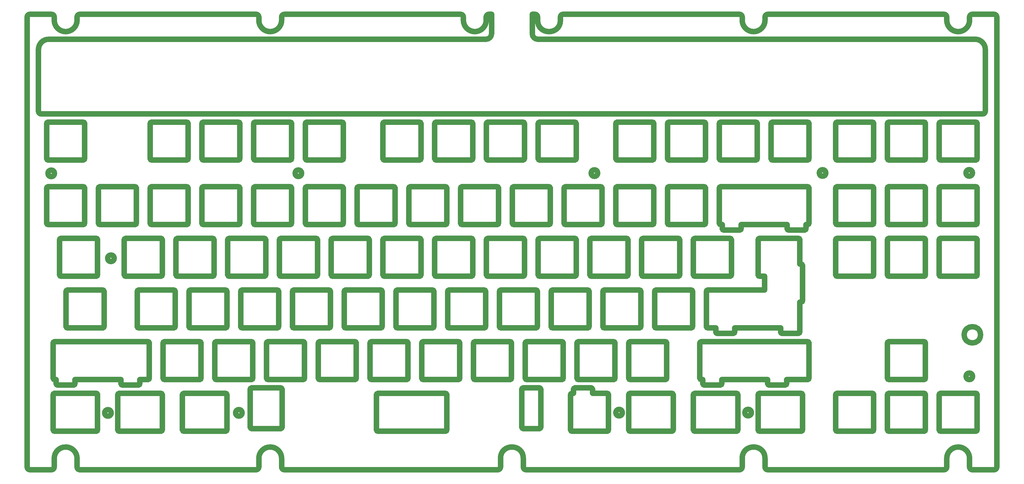
<source format=gbr>
%TF.GenerationSoftware,KiCad,Pcbnew,7.0.5*%
%TF.CreationDate,2023-07-12T21:57:34+02:00*%
%TF.ProjectId,Strata_Universal,53747261-7461-45f5-956e-697665727361,rev?*%
%TF.SameCoordinates,Original*%
%TF.FileFunction,Soldermask,Top*%
%TF.FilePolarity,Negative*%
%FSLAX46Y46*%
G04 Gerber Fmt 4.6, Leading zero omitted, Abs format (unit mm)*
G04 Created by KiCad (PCBNEW 7.0.5) date 2023-07-12 21:57:34*
%MOMM*%
%LPD*%
G01*
G04 APERTURE LIST*
%ADD10C,2.000000*%
G04 APERTURE END LIST*
D10*
X-49763066Y142996348D02*
G75*
G03*
X-49763066Y142996348I-1200000J0D01*
G01*
X-27775844Y111682566D02*
G75*
G03*
X-27775844Y111682566I-1200000J0D01*
G01*
X-28877620Y54662882D02*
G75*
G03*
X-28877620Y54662882I-1200000J0D01*
G01*
X19322374Y54686956D02*
G75*
G03*
X19322374Y54686956I-1200000J0D01*
G01*
X41236922Y143041799D02*
G75*
G03*
X41236922Y143041799I-1200000J0D01*
G01*
X150236909Y143096240D02*
G75*
G03*
X150236909Y143096240I-1200000J0D01*
G01*
X159322357Y54756880D02*
G75*
G03*
X159322357Y54756880I-1200000J0D01*
G01*
X206822351Y54780604D02*
G75*
G03*
X206822351Y54780604I-1200000J0D01*
G01*
X234236898Y143138194D02*
G75*
G03*
X234236898Y143138194I-1200000J0D01*
G01*
X288236892Y143165165D02*
G75*
G03*
X288236892Y143165165I-1200000J0D01*
G01*
X288274359Y68149174D02*
G75*
G03*
X288274359Y68149174I-1200000J0D01*
G01*
X291192771Y83466697D02*
G75*
G03*
X291192771Y83466697I-3000000J0D01*
G01*
X-14832144Y80440344D02*
G75*
G03*
X-15332092Y80940344I-499975J25D01*
G01*
X-14832092Y80440344D02*
X-14832092Y67440344D01*
X-15332092Y66940342D02*
G75*
G03*
X-14832092Y67440344I-27J500027D01*
G01*
X-15332092Y66940344D02*
X-18300342Y66940344D01*
X-18300342Y66940344D02*
X-18300342Y65440344D01*
X-18800342Y64940392D02*
G75*
G03*
X-18300342Y65440344I23J499977D01*
G01*
X-18800342Y64940344D02*
X-24800342Y64940344D01*
X-25300344Y65440344D02*
G75*
G03*
X-24800342Y64940344I500025J25D01*
G01*
X-25300342Y65440344D02*
X-25300342Y66940344D01*
X-25300342Y66940344D02*
X-42176342Y66940344D01*
X-42176342Y66940344D02*
X-42176342Y65440344D01*
X-42676342Y64940392D02*
G75*
G03*
X-42176342Y65440344I23J499977D01*
G01*
X-42676342Y64940344D02*
X-48676342Y64940344D01*
X-49176344Y65440344D02*
G75*
G03*
X-48676342Y64940344I500025J25D01*
G01*
X-49176342Y65440344D02*
X-49176342Y66940344D01*
X-49176342Y66940344D02*
X-49763342Y66940344D01*
X-50263344Y67440344D02*
G75*
G03*
X-49763342Y66940344I500025J25D01*
G01*
X-50263342Y67440344D02*
X-50263342Y80440344D01*
X-49763342Y80940392D02*
G75*
G03*
X-50263342Y80440344I23J-500023D01*
G01*
X-49763342Y80940344D02*
X-15996229Y80940344D01*
X-15627068Y80940344D02*
G75*
G03*
X-15996229Y80940344I-184580J-982794D01*
G01*
X-15627068Y80940344D02*
X-15332092Y80940344D01*
X251867856Y61390344D02*
G75*
G03*
X251367908Y61890344I-499975J25D01*
G01*
X251867908Y61390344D02*
X251867908Y48390344D01*
X251367908Y47890342D02*
G75*
G03*
X251867908Y48390344I-27J500027D01*
G01*
X251367908Y47890344D02*
X238367908Y47890344D01*
X237867856Y48390344D02*
G75*
G03*
X238367908Y47890344I500025J25D01*
G01*
X237867908Y48390344D02*
X237867908Y61390344D01*
X238367908Y61890342D02*
G75*
G03*
X237867908Y61390344I-27J-499973D01*
G01*
X238367908Y61890344D02*
X251367908Y61890344D01*
X289467908Y105040342D02*
G75*
G03*
X289967908Y105540344I-27J500027D01*
G01*
X289467908Y105040344D02*
X276467908Y105040344D01*
X275967856Y105540344D02*
G75*
G03*
X276467908Y105040344I500025J25D01*
G01*
X275967908Y105540344D02*
X275967908Y118540344D01*
X276467908Y119040342D02*
G75*
G03*
X275967908Y118540344I-27J-499973D01*
G01*
X276467908Y119040344D02*
X289467908Y119040344D01*
X289967856Y118540344D02*
G75*
G03*
X289467908Y119040344I-499975J25D01*
G01*
X289967908Y118540344D02*
X289967908Y105540344D01*
X-33882144Y61390344D02*
G75*
G03*
X-34382092Y61890344I-499975J25D01*
G01*
X-33882092Y61390344D02*
X-33882092Y48390344D01*
X-34382092Y47890342D02*
G75*
G03*
X-33882092Y48390344I-27J500027D01*
G01*
X-34382092Y47890344D02*
X-49763342Y47890344D01*
X-50263344Y48390344D02*
G75*
G03*
X-49763342Y47890344I500025J25D01*
G01*
X-50263342Y48390344D02*
X-50263342Y61390344D01*
X-49763342Y61890392D02*
G75*
G03*
X-50263342Y61390344I23J-500023D01*
G01*
X-49763342Y61890344D02*
X-34382092Y61890344D01*
X94705356Y61390344D02*
G75*
G03*
X94205408Y61890344I-499975J25D01*
G01*
X94705408Y61390344D02*
X94705408Y48390344D01*
X94205408Y47890342D02*
G75*
G03*
X94705408Y48390344I-27J500027D01*
G01*
X94205408Y47890344D02*
X69299158Y47890344D01*
X68799156Y48390344D02*
G75*
G03*
X69299158Y47890344I500025J25D01*
G01*
X68799158Y48390344D02*
X68799158Y61390344D01*
X69299158Y61890392D02*
G75*
G03*
X68799158Y61390344I23J-500023D01*
G01*
X69299158Y61890344D02*
X94205408Y61890344D01*
X201861656Y61390344D02*
G75*
G03*
X201361658Y61890344I-499975J25D01*
G01*
X201861658Y61390344D02*
X201861658Y48390344D01*
X201361658Y47890392D02*
G75*
G03*
X201861658Y48390344I23J499977D01*
G01*
X201361658Y47890344D02*
X185980408Y47890344D01*
X185480356Y48390344D02*
G75*
G03*
X185980408Y47890344I500025J25D01*
G01*
X185480408Y48390344D02*
X185480408Y61390344D01*
X185980408Y61890342D02*
G75*
G03*
X185480408Y61390344I-27J-499973D01*
G01*
X185980408Y61890344D02*
X201361658Y61890344D01*
X156617856Y80440344D02*
G75*
G03*
X156117908Y80940344I-499975J25D01*
G01*
X156617908Y80440344D02*
X156617908Y67440344D01*
X156117908Y66940342D02*
G75*
G03*
X156617908Y67440344I-27J500027D01*
G01*
X156117908Y66940344D02*
X143117908Y66940344D01*
X142617856Y67440344D02*
G75*
G03*
X143117908Y66940344I500025J25D01*
G01*
X142617908Y67440344D02*
X142617908Y80440344D01*
X143117908Y80940342D02*
G75*
G03*
X142617908Y80440344I-27J-499973D01*
G01*
X143117908Y80940344D02*
X156117908Y80940344D01*
X80417856Y80440344D02*
G75*
G03*
X79917908Y80940344I-499975J25D01*
G01*
X80417908Y80440344D02*
X80417908Y67440344D01*
X79917908Y66940342D02*
G75*
G03*
X80417908Y67440344I-27J500027D01*
G01*
X79917908Y66940344D02*
X66917908Y66940344D01*
X66417856Y67440344D02*
G75*
G03*
X66917908Y66940344I500025J25D01*
G01*
X66417908Y67440344D02*
X66417908Y80440344D01*
X66917908Y80940342D02*
G75*
G03*
X66417908Y80440344I-27J-499973D01*
G01*
X66917908Y80940344D02*
X79917908Y80940344D01*
X4217856Y80440344D02*
G75*
G03*
X3717908Y80940344I-499975J25D01*
G01*
X4217908Y80440344D02*
X4217908Y67440344D01*
X3717908Y66940342D02*
G75*
G03*
X4217908Y67440344I-27J500027D01*
G01*
X3717908Y66940344D02*
X-9282092Y66940344D01*
X-9782144Y67440344D02*
G75*
G03*
X-9282092Y66940344I500025J25D01*
G01*
X-9782092Y67440344D02*
X-9782092Y80440344D01*
X-9282092Y80940342D02*
G75*
G03*
X-9782092Y80440344I-27J-499973D01*
G01*
X-9282092Y80940344D02*
X3717908Y80940344D01*
X-5307144Y99490344D02*
G75*
G03*
X-5807092Y99990344I-499975J25D01*
G01*
X-5307092Y99490344D02*
X-5307092Y86490344D01*
X-5807092Y85990342D02*
G75*
G03*
X-5307092Y86490344I-27J500027D01*
G01*
X-5807092Y85990344D02*
X-18807092Y85990344D01*
X-19307144Y86490344D02*
G75*
G03*
X-18807092Y85990344I500025J25D01*
G01*
X-19307092Y86490344D02*
X-19307092Y99490344D01*
X-18807092Y99990342D02*
G75*
G03*
X-19307092Y99490344I-27J-499973D01*
G01*
X-18807092Y99990344D02*
X-5807092Y99990344D01*
X32792856Y99490344D02*
G75*
G03*
X32292908Y99990344I-499975J25D01*
G01*
X32792908Y99490344D02*
X32792908Y86490344D01*
X32292908Y85990342D02*
G75*
G03*
X32792908Y86490344I-27J500027D01*
G01*
X32292908Y85990344D02*
X19292908Y85990344D01*
X18792856Y86490344D02*
G75*
G03*
X19292908Y85990344I500025J25D01*
G01*
X18792908Y86490344D02*
X18792908Y99490344D01*
X19292908Y99990342D02*
G75*
G03*
X18792908Y99490344I-27J-499973D01*
G01*
X19292908Y99990344D02*
X32292908Y99990344D01*
X70392908Y85990342D02*
G75*
G03*
X70892908Y86490344I-27J500027D01*
G01*
X70392908Y85990344D02*
X57392908Y85990344D01*
X56892856Y86490344D02*
G75*
G03*
X57392908Y85990344I500025J25D01*
G01*
X56892908Y86490344D02*
X56892908Y99490344D01*
X57392908Y99990342D02*
G75*
G03*
X56892908Y99490344I-27J-499973D01*
G01*
X57392908Y99990344D02*
X70392908Y99990344D01*
X70892856Y99490344D02*
G75*
G03*
X70392908Y99990344I-499975J25D01*
G01*
X70892908Y99490344D02*
X70892908Y86490344D01*
X108992856Y99490344D02*
G75*
G03*
X108492908Y99990344I-499975J25D01*
G01*
X108992908Y99490344D02*
X108992908Y86490344D01*
X108492908Y85990342D02*
G75*
G03*
X108992908Y86490344I-27J500027D01*
G01*
X108492908Y85990344D02*
X95492908Y85990344D01*
X94992856Y86490344D02*
G75*
G03*
X95492908Y85990344I500025J25D01*
G01*
X94992908Y86490344D02*
X94992908Y99490344D01*
X95492908Y99990342D02*
G75*
G03*
X94992908Y99490344I-27J-499973D01*
G01*
X95492908Y99990344D02*
X108492908Y99990344D01*
X147092856Y99490344D02*
G75*
G03*
X146592908Y99990344I-499975J25D01*
G01*
X147092908Y99490344D02*
X147092908Y86490344D01*
X146592908Y85990342D02*
G75*
G03*
X147092908Y86490344I-27J500027D01*
G01*
X146592908Y85990344D02*
X133592908Y85990344D01*
X133092856Y86490344D02*
G75*
G03*
X133592908Y85990344I500025J25D01*
G01*
X133092908Y86490344D02*
X133092908Y99490344D01*
X133592908Y99990342D02*
G75*
G03*
X133092908Y99490344I-27J-499973D01*
G01*
X133592908Y99990344D02*
X146592908Y99990344D01*
X184692908Y85990342D02*
G75*
G03*
X185192908Y86490344I-27J500027D01*
G01*
X184692908Y85990344D02*
X171692908Y85990344D01*
X171192856Y86490344D02*
G75*
G03*
X171692908Y85990344I500025J25D01*
G01*
X171192908Y86490344D02*
X171192908Y99490344D01*
X171692908Y99990342D02*
G75*
G03*
X171192908Y99490344I-27J-499973D01*
G01*
X171692908Y99990344D02*
X184692908Y99990344D01*
X185192856Y99490344D02*
G75*
G03*
X184692908Y99990344I-499975J25D01*
G01*
X185192908Y99490344D02*
X185192908Y86490344D01*
X219968356Y122590344D02*
G75*
G03*
X220468408Y122090344I500025J25D01*
G01*
X219968408Y122590344D02*
X219968408Y124090344D01*
X219968408Y124090344D02*
X203092408Y124090344D01*
X203092408Y124090344D02*
X203092408Y122590344D01*
X202592408Y122090342D02*
G75*
G03*
X203092408Y122590344I-27J500027D01*
G01*
X202592408Y122090344D02*
X196592408Y122090344D01*
X196092356Y122590344D02*
G75*
G03*
X196592408Y122090344I500025J25D01*
G01*
X196092408Y122590344D02*
X196092408Y124090344D01*
X196092408Y124090344D02*
X195505408Y124090344D01*
X195005356Y124590344D02*
G75*
G03*
X195505408Y124090344I500025J25D01*
G01*
X195005408Y124590344D02*
X195005408Y137590344D01*
X195505408Y138090342D02*
G75*
G03*
X195005408Y137590344I-27J-499973D01*
G01*
X195505408Y138090344D02*
X227555408Y138090344D01*
X228055356Y137590344D02*
G75*
G03*
X227555408Y138090344I-499975J25D01*
G01*
X228055408Y137590344D02*
X228055408Y124590344D01*
X227555408Y124090342D02*
G75*
G03*
X228055408Y124590344I-27J500027D01*
G01*
X227555408Y124090344D02*
X226968408Y124090344D01*
X226968408Y124090344D02*
X226968408Y122590344D01*
X226468408Y122090342D02*
G75*
G03*
X226968408Y122590344I-27J500027D01*
G01*
X226468408Y122090344D02*
X220468408Y122090344D01*
X132805356Y137590344D02*
G75*
G03*
X132305408Y138090344I-499975J25D01*
G01*
X132805408Y137590344D02*
X132805408Y124590344D01*
X132305408Y124090342D02*
G75*
G03*
X132805408Y124590344I-27J500027D01*
G01*
X132305408Y124090344D02*
X119305408Y124090344D01*
X118805356Y124590344D02*
G75*
G03*
X119305408Y124090344I500025J25D01*
G01*
X118805408Y124590344D02*
X118805408Y137590344D01*
X119305408Y138090342D02*
G75*
G03*
X118805408Y137590344I-27J-499973D01*
G01*
X119305408Y138090344D02*
X132305408Y138090344D01*
X56105408Y124090342D02*
G75*
G03*
X56605408Y124590344I-27J500027D01*
G01*
X56105408Y124090344D02*
X43105408Y124090344D01*
X42605356Y124590344D02*
G75*
G03*
X43105408Y124090344I500025J25D01*
G01*
X42605408Y124590344D02*
X42605408Y137590344D01*
X43105408Y138090342D02*
G75*
G03*
X42605408Y137590344I-27J-499973D01*
G01*
X43105408Y138090344D02*
X56105408Y138090344D01*
X56605356Y137590344D02*
G75*
G03*
X56105408Y138090344I-499975J25D01*
G01*
X56605408Y137590344D02*
X56605408Y124590344D01*
X-20094592Y124090342D02*
G75*
G03*
X-19594592Y124590344I-27J500027D01*
G01*
X-20094592Y124090344D02*
X-33094592Y124090344D01*
X-33594644Y124590344D02*
G75*
G03*
X-33094592Y124090344I500025J25D01*
G01*
X-33594592Y124590344D02*
X-33594592Y137590344D01*
X-33094592Y138090342D02*
G75*
G03*
X-33594592Y137590344I-27J-499973D01*
G01*
X-33094592Y138090344D02*
X-20094592Y138090344D01*
X-19594644Y137590344D02*
G75*
G03*
X-20094592Y138090344I-499975J25D01*
G01*
X-19594592Y137590344D02*
X-19594592Y124590344D01*
X-544644Y137590344D02*
G75*
G03*
X-1044592Y138090344I-499975J25D01*
G01*
X-544592Y137590344D02*
X-544592Y124590344D01*
X-1044592Y124090342D02*
G75*
G03*
X-544592Y124590344I-27J500027D01*
G01*
X-1044592Y124090344D02*
X-14044592Y124090344D01*
X-14544644Y124590344D02*
G75*
G03*
X-14044592Y124090344I500025J25D01*
G01*
X-14544592Y124590344D02*
X-14544592Y137590344D01*
X-14044592Y138090342D02*
G75*
G03*
X-14544592Y137590344I-27J-499973D01*
G01*
X-14044592Y138090344D02*
X-1044592Y138090344D01*
X75655356Y137590344D02*
G75*
G03*
X75155408Y138090344I-499975J25D01*
G01*
X75655408Y137590344D02*
X75655408Y124590344D01*
X75155408Y124090342D02*
G75*
G03*
X75655408Y124590344I-27J500027D01*
G01*
X75155408Y124090344D02*
X62155408Y124090344D01*
X61655356Y124590344D02*
G75*
G03*
X62155408Y124090344I500025J25D01*
G01*
X61655408Y124590344D02*
X61655408Y137590344D01*
X62155408Y138090342D02*
G75*
G03*
X61655408Y137590344I-27J-499973D01*
G01*
X62155408Y138090344D02*
X75155408Y138090344D01*
X151355408Y124090342D02*
G75*
G03*
X151855408Y124590344I-27J500027D01*
G01*
X151355408Y124090344D02*
X138355408Y124090344D01*
X137855356Y124590344D02*
G75*
G03*
X138355408Y124090344I500025J25D01*
G01*
X137855408Y124590344D02*
X137855408Y137590344D01*
X138355408Y138090342D02*
G75*
G03*
X137855408Y137590344I-27J-499973D01*
G01*
X138355408Y138090344D02*
X151355408Y138090344D01*
X151855356Y137590344D02*
G75*
G03*
X151355408Y138090344I-499975J25D01*
G01*
X151855408Y137590344D02*
X151855408Y124590344D01*
X224174158Y119040344D02*
X209792908Y119040344D01*
X209792908Y119040342D02*
G75*
G03*
X209292908Y118540344I-27J-499973D01*
G01*
X209292908Y118540344D02*
X209292908Y105540344D01*
X209292856Y105540344D02*
G75*
G03*
X209792908Y105040344I500025J25D01*
G01*
X209792908Y105040344D02*
X211674158Y105040344D01*
X211674158Y105040344D02*
X211674158Y99990344D01*
X211674158Y99990344D02*
X190742908Y99990344D01*
X190742908Y99990342D02*
G75*
G03*
X190242908Y99490344I-27J-499973D01*
G01*
X190242908Y99490344D02*
X190242908Y86490344D01*
X190242856Y86490344D02*
G75*
G03*
X190742908Y85990344I500025J25D01*
G01*
X190742908Y85990344D02*
X193711158Y85990344D01*
X193711158Y85990344D02*
X193711158Y84490344D01*
X193711156Y84490344D02*
G75*
G03*
X194211158Y83990344I500025J25D01*
G01*
X194211158Y83990344D02*
X200211158Y83990344D01*
X200211158Y83990392D02*
G75*
G03*
X200711158Y84490344I23J499977D01*
G01*
X200711158Y84490344D02*
X200711158Y85990344D01*
X200711158Y85990344D02*
X217587158Y85990344D01*
X217587158Y85990344D02*
X217587158Y84490344D01*
X217587156Y84490344D02*
G75*
G03*
X218087158Y83990344I500025J25D01*
G01*
X218087158Y83990344D02*
X224174158Y83990344D01*
X224174158Y83990392D02*
G75*
G03*
X224674158Y84490344I23J499977D01*
G01*
X224674158Y84490344D02*
X224674158Y95515344D01*
X224674158Y95515344D02*
X225174158Y95515344D01*
X225174158Y95515392D02*
G75*
G03*
X225674158Y96015344I23J499977D01*
G01*
X225674158Y96015344D02*
X225674158Y109015344D01*
X225674156Y109015344D02*
G75*
G03*
X225174158Y109515344I-499975J25D01*
G01*
X225174158Y109515344D02*
X224674158Y109515344D01*
X224674158Y109515344D02*
X224674158Y118540344D01*
X224674156Y118540344D02*
G75*
G03*
X224174158Y119040344I-499975J25D01*
G01*
X166142856Y99490344D02*
G75*
G03*
X165642908Y99990344I-499975J25D01*
G01*
X166142908Y99490344D02*
X166142908Y86490344D01*
X165642908Y85990342D02*
G75*
G03*
X166142908Y86490344I-27J500027D01*
G01*
X165642908Y85990344D02*
X152642908Y85990344D01*
X152142856Y86490344D02*
G75*
G03*
X152642908Y85990344I500025J25D01*
G01*
X152142908Y86490344D02*
X152142908Y99490344D01*
X152642908Y99990342D02*
G75*
G03*
X152142908Y99490344I-27J-499973D01*
G01*
X152642908Y99990344D02*
X165642908Y99990344D01*
X127542908Y85990342D02*
G75*
G03*
X128042908Y86490344I-27J500027D01*
G01*
X127542908Y85990344D02*
X114542908Y85990344D01*
X114042856Y86490344D02*
G75*
G03*
X114542908Y85990344I500025J25D01*
G01*
X114042908Y86490344D02*
X114042908Y99490344D01*
X114542908Y99990342D02*
G75*
G03*
X114042908Y99490344I-27J-499973D01*
G01*
X114542908Y99990344D02*
X127542908Y99990344D01*
X128042856Y99490344D02*
G75*
G03*
X127542908Y99990344I-499975J25D01*
G01*
X128042908Y99490344D02*
X128042908Y86490344D01*
X89942856Y99490344D02*
G75*
G03*
X89442908Y99990344I-499975J25D01*
G01*
X89942908Y99490344D02*
X89942908Y86490344D01*
X89442908Y85990342D02*
G75*
G03*
X89942908Y86490344I-27J500027D01*
G01*
X89442908Y85990344D02*
X76442908Y85990344D01*
X75942856Y86490344D02*
G75*
G03*
X76442908Y85990344I500025J25D01*
G01*
X75942908Y86490344D02*
X75942908Y99490344D01*
X76442908Y99990342D02*
G75*
G03*
X75942908Y99490344I-27J-499973D01*
G01*
X76442908Y99990344D02*
X89442908Y99990344D01*
X51842856Y99490344D02*
G75*
G03*
X51342908Y99990344I-499975J25D01*
G01*
X51842908Y99490344D02*
X51842908Y86490344D01*
X51342908Y85990342D02*
G75*
G03*
X51842908Y86490344I-27J500027D01*
G01*
X51342908Y85990344D02*
X38342908Y85990344D01*
X37842856Y86490344D02*
G75*
G03*
X38342908Y85990344I500025J25D01*
G01*
X37842908Y86490344D02*
X37842908Y99490344D01*
X38342908Y99990342D02*
G75*
G03*
X37842908Y99490344I-27J-499973D01*
G01*
X38342908Y99990344D02*
X51342908Y99990344D01*
X13742856Y99490344D02*
G75*
G03*
X13242908Y99990344I-499975J25D01*
G01*
X13742908Y99490344D02*
X13742908Y86490344D01*
X13242908Y85990342D02*
G75*
G03*
X13742908Y86490344I-27J500027D01*
G01*
X13242908Y85990344D02*
X242908Y85990344D01*
X-257144Y86490344D02*
G75*
G03*
X242908Y85990344I500025J25D01*
G01*
X-257092Y86490344D02*
X-257092Y99490344D01*
X242908Y99990342D02*
G75*
G03*
X-257092Y99490344I-27J-499973D01*
G01*
X242908Y99990344D02*
X13242908Y99990344D01*
X-31500844Y99490344D02*
G75*
G03*
X-32000842Y99990344I-499975J25D01*
G01*
X-31500842Y99490344D02*
X-31500842Y86490344D01*
X-32000842Y85990392D02*
G75*
G03*
X-31500842Y86490344I23J499977D01*
G01*
X-32000842Y85990344D02*
X-45000842Y85990344D01*
X-45500844Y86490344D02*
G75*
G03*
X-45000842Y85990344I500025J25D01*
G01*
X-45500842Y86490344D02*
X-45500842Y99490344D01*
X-45000842Y99990392D02*
G75*
G03*
X-45500842Y99490344I23J-500023D01*
G01*
X-45000842Y99990344D02*
X-32000842Y99990344D01*
X23267856Y80440344D02*
G75*
G03*
X22767908Y80940344I-499975J25D01*
G01*
X23267908Y80440344D02*
X23267908Y67440344D01*
X22767908Y66940342D02*
G75*
G03*
X23267908Y67440344I-27J500027D01*
G01*
X22767908Y66940344D02*
X9767908Y66940344D01*
X9267856Y67440344D02*
G75*
G03*
X9767908Y66940344I500025J25D01*
G01*
X9267908Y67440344D02*
X9267908Y80440344D01*
X9767908Y80940342D02*
G75*
G03*
X9267908Y80440344I-27J-499973D01*
G01*
X9767908Y80940344D02*
X22767908Y80940344D01*
X99467856Y80440344D02*
G75*
G03*
X98967908Y80940344I-499975J25D01*
G01*
X99467908Y80440344D02*
X99467908Y67440344D01*
X98967908Y66940342D02*
G75*
G03*
X99467908Y67440344I-27J500027D01*
G01*
X98967908Y66940344D02*
X85967908Y66940344D01*
X85467856Y67440344D02*
G75*
G03*
X85967908Y66940344I500025J25D01*
G01*
X85467908Y67440344D02*
X85467908Y80440344D01*
X85967908Y80940342D02*
G75*
G03*
X85467908Y80440344I-27J-499973D01*
G01*
X85967908Y80940344D02*
X98967908Y80940344D01*
X175667856Y80440344D02*
G75*
G03*
X175167908Y80940344I-499975J25D01*
G01*
X175667908Y80440344D02*
X175667908Y67440344D01*
X175167908Y66940342D02*
G75*
G03*
X175667908Y67440344I-27J500027D01*
G01*
X175167908Y66940344D02*
X162167908Y66940344D01*
X161667856Y67440344D02*
G75*
G03*
X162167908Y66940344I500025J25D01*
G01*
X161667908Y67440344D02*
X161667908Y80440344D01*
X162167908Y80940342D02*
G75*
G03*
X161667908Y80440344I-27J-499973D01*
G01*
X162167908Y80940344D02*
X175167908Y80940344D01*
X178049156Y61390344D02*
G75*
G03*
X177549158Y61890344I-499975J25D01*
G01*
X178049158Y61390344D02*
X178049158Y48390344D01*
X177549158Y47890392D02*
G75*
G03*
X178049158Y48390344I23J499977D01*
G01*
X177549158Y47890344D02*
X162167908Y47890344D01*
X161667856Y48390344D02*
G75*
G03*
X162167908Y47890344I500025J25D01*
G01*
X161667908Y48390344D02*
X161667908Y61390344D01*
X162167908Y61890342D02*
G75*
G03*
X161667908Y61390344I-27J-499973D01*
G01*
X162167908Y61890344D02*
X177549158Y61890344D01*
X34055356Y63390344D02*
G75*
G03*
X33555408Y63890344I-499975J25D01*
G01*
X34055408Y63390344D02*
X34055408Y49390344D01*
X33555408Y48890342D02*
G75*
G03*
X34055408Y49390344I-27J500027D01*
G01*
X33555408Y48890344D02*
X22799158Y48890344D01*
X22299156Y49390344D02*
G75*
G03*
X22799158Y48890344I500025J25D01*
G01*
X22299158Y49390344D02*
X22299158Y63390344D01*
X22799158Y63890392D02*
G75*
G03*
X22299158Y63390344I23J-500023D01*
G01*
X22799158Y63890344D02*
X33555408Y63890344D01*
X251867856Y137590344D02*
G75*
G03*
X251367908Y138090344I-499975J25D01*
G01*
X251867908Y137590344D02*
X251867908Y124590344D01*
X251367908Y124090342D02*
G75*
G03*
X251867908Y124590344I-27J500027D01*
G01*
X251367908Y124090344D02*
X238367908Y124090344D01*
X237867856Y124590344D02*
G75*
G03*
X238367908Y124090344I500025J25D01*
G01*
X237867908Y124590344D02*
X237867908Y137590344D01*
X238367908Y138090342D02*
G75*
G03*
X237867908Y137590344I-27J-499973D01*
G01*
X238367908Y138090344D02*
X251367908Y138090344D01*
X270417908Y105040342D02*
G75*
G03*
X270917908Y105540344I-27J500027D01*
G01*
X270417908Y105040344D02*
X257417908Y105040344D01*
X256917856Y105540344D02*
G75*
G03*
X257417908Y105040344I500025J25D01*
G01*
X256917908Y105540344D02*
X256917908Y118540344D01*
X257417908Y119040342D02*
G75*
G03*
X256917908Y118540344I-27J-499973D01*
G01*
X257417908Y119040344D02*
X270417908Y119040344D01*
X270917856Y118540344D02*
G75*
G03*
X270417908Y119040344I-499975J25D01*
G01*
X270917908Y118540344D02*
X270917908Y105540344D01*
X270917856Y61390344D02*
G75*
G03*
X270417908Y61890344I-499975J25D01*
G01*
X270917908Y61390344D02*
X270917908Y48390344D01*
X270417908Y47890342D02*
G75*
G03*
X270917908Y48390344I-27J500027D01*
G01*
X270417908Y47890344D02*
X257417908Y47890344D01*
X256917856Y48390344D02*
G75*
G03*
X257417908Y47890344I500025J25D01*
G01*
X256917908Y48390344D02*
X256917908Y61390344D01*
X257417908Y61890342D02*
G75*
G03*
X256917908Y61390344I-27J-499973D01*
G01*
X257417908Y61890344D02*
X270417908Y61890344D01*
X270917856Y80440344D02*
G75*
G03*
X270417908Y80940344I-499975J25D01*
G01*
X270917908Y80440344D02*
X270917908Y67440344D01*
X270417908Y66940342D02*
G75*
G03*
X270917908Y67440344I-27J500027D01*
G01*
X270417908Y66940344D02*
X257417908Y66940344D01*
X256917856Y67440344D02*
G75*
G03*
X257417908Y66940344I500025J25D01*
G01*
X256917908Y67440344D02*
X256917908Y80440344D01*
X257417908Y80940342D02*
G75*
G03*
X256917908Y80440344I-27J-499973D01*
G01*
X257417908Y80940344D02*
X270417908Y80940344D01*
X289967856Y137590344D02*
G75*
G03*
X289467908Y138090344I-499975J25D01*
G01*
X289967908Y137590344D02*
X289967908Y124590344D01*
X289467908Y124090342D02*
G75*
G03*
X289967908Y124590344I-27J500027D01*
G01*
X289467908Y124090344D02*
X276467908Y124090344D01*
X275967856Y124590344D02*
G75*
G03*
X276467908Y124090344I500025J25D01*
G01*
X275967908Y124590344D02*
X275967908Y137590344D01*
X276467908Y138090342D02*
G75*
G03*
X275967908Y137590344I-27J-499973D01*
G01*
X276467908Y138090344D02*
X289467908Y138090344D01*
X-10069644Y61390344D02*
G75*
G03*
X-10569592Y61890344I-499975J25D01*
G01*
X-10069592Y61390344D02*
X-10069592Y48390344D01*
X-10569592Y47890342D02*
G75*
G03*
X-10069592Y48390344I-27J500027D01*
G01*
X-10569592Y47890344D02*
X-25950842Y47890344D01*
X-26450844Y48390344D02*
G75*
G03*
X-25950842Y47890344I500025J25D01*
G01*
X-26450842Y48390344D02*
X-26450842Y61390344D01*
X-25950842Y61890392D02*
G75*
G03*
X-26450842Y61390344I23J-500023D01*
G01*
X-25950842Y61890344D02*
X-10569592Y61890344D01*
X129299156Y63390344D02*
G75*
G03*
X128799158Y63890344I-499975J25D01*
G01*
X129299158Y63390344D02*
X129299158Y49390344D01*
X128799158Y48890392D02*
G75*
G03*
X129299158Y49390344I23J499977D01*
G01*
X128799158Y48890344D02*
X122799158Y48890344D01*
X122299156Y49390344D02*
G75*
G03*
X122799158Y48890344I500025J25D01*
G01*
X122299158Y49390344D02*
X122299158Y63390344D01*
X122799158Y63890392D02*
G75*
G03*
X122299158Y63390344I23J-500023D01*
G01*
X122799158Y63890344D02*
X128799158Y63890344D01*
X225674156Y61390344D02*
G75*
G03*
X225174158Y61890344I-499975J25D01*
G01*
X225674158Y61390344D02*
X225674158Y48390344D01*
X225174158Y47890392D02*
G75*
G03*
X225674158Y48390344I23J499977D01*
G01*
X225174158Y47890344D02*
X209792908Y47890344D01*
X209292856Y48390344D02*
G75*
G03*
X209792908Y47890344I500025J25D01*
G01*
X209292908Y48390344D02*
X209292908Y61390344D01*
X209792908Y61890342D02*
G75*
G03*
X209292908Y61390344I-27J-499973D01*
G01*
X209792908Y61890344D02*
X225174158Y61890344D01*
X137067908Y66940342D02*
G75*
G03*
X137567908Y67440344I-27J500027D01*
G01*
X137067908Y66940344D02*
X124067908Y66940344D01*
X123567856Y67440344D02*
G75*
G03*
X124067908Y66940344I500025J25D01*
G01*
X123567908Y67440344D02*
X123567908Y80440344D01*
X124067908Y80940342D02*
G75*
G03*
X123567908Y80440344I-27J-499973D01*
G01*
X124067908Y80940344D02*
X137067908Y80940344D01*
X137567856Y80440344D02*
G75*
G03*
X137067908Y80940344I-499975J25D01*
G01*
X137567908Y80440344D02*
X137567908Y67440344D01*
X60867908Y66940342D02*
G75*
G03*
X61367908Y67440344I-27J500027D01*
G01*
X60867908Y66940344D02*
X47867908Y66940344D01*
X47367856Y67440344D02*
G75*
G03*
X47867908Y66940344I500025J25D01*
G01*
X47367908Y67440344D02*
X47367908Y80440344D01*
X47867908Y80940342D02*
G75*
G03*
X47367908Y80440344I-27J-499973D01*
G01*
X47867908Y80940344D02*
X60867908Y80940344D01*
X61367856Y80440344D02*
G75*
G03*
X60867908Y80940344I-499975J25D01*
G01*
X61367908Y80440344D02*
X61367908Y67440344D01*
X-10569592Y105040342D02*
G75*
G03*
X-10069592Y105540344I-27J500027D01*
G01*
X-10569592Y105040344D02*
X-23569592Y105040344D01*
X-24069644Y105540344D02*
G75*
G03*
X-23569592Y105040344I500025J25D01*
G01*
X-24069592Y105540344D02*
X-24069592Y118540344D01*
X-23569592Y119040342D02*
G75*
G03*
X-24069592Y118540344I-27J-499973D01*
G01*
X-23569592Y119040344D02*
X-10569592Y119040344D01*
X-10069644Y118540344D02*
G75*
G03*
X-10569592Y119040344I-499975J25D01*
G01*
X-10069592Y118540344D02*
X-10069592Y105540344D01*
X28030356Y118540344D02*
G75*
G03*
X27530408Y119040344I-499975J25D01*
G01*
X28030408Y118540344D02*
X28030408Y105540344D01*
X27530408Y105040342D02*
G75*
G03*
X28030408Y105540344I-27J500027D01*
G01*
X27530408Y105040344D02*
X14530408Y105040344D01*
X14030356Y105540344D02*
G75*
G03*
X14530408Y105040344I500025J25D01*
G01*
X14030408Y105540344D02*
X14030408Y118540344D01*
X14530408Y119040342D02*
G75*
G03*
X14030408Y118540344I-27J-499973D01*
G01*
X14530408Y119040344D02*
X27530408Y119040344D01*
X65630408Y105040342D02*
G75*
G03*
X66130408Y105540344I-27J500027D01*
G01*
X65630408Y105040344D02*
X52630408Y105040344D01*
X52130356Y105540344D02*
G75*
G03*
X52630408Y105040344I500025J25D01*
G01*
X52130408Y105540344D02*
X52130408Y118540344D01*
X52630408Y119040342D02*
G75*
G03*
X52130408Y118540344I-27J-499973D01*
G01*
X52630408Y119040344D02*
X65630408Y119040344D01*
X66130356Y118540344D02*
G75*
G03*
X65630408Y119040344I-499975J25D01*
G01*
X66130408Y118540344D02*
X66130408Y105540344D01*
X104230356Y118540344D02*
G75*
G03*
X103730408Y119040344I-499975J25D01*
G01*
X104230408Y118540344D02*
X104230408Y105540344D01*
X103730408Y105040342D02*
G75*
G03*
X104230408Y105540344I-27J500027D01*
G01*
X103730408Y105040344D02*
X90730408Y105040344D01*
X90230356Y105540344D02*
G75*
G03*
X90730408Y105040344I500025J25D01*
G01*
X90230408Y105540344D02*
X90230408Y118540344D01*
X90730408Y119040342D02*
G75*
G03*
X90230408Y118540344I-27J-499973D01*
G01*
X90730408Y119040344D02*
X103730408Y119040344D01*
X142330356Y118540344D02*
G75*
G03*
X141830408Y119040344I-499975J25D01*
G01*
X142330408Y118540344D02*
X142330408Y105540344D01*
X141830408Y105040342D02*
G75*
G03*
X142330408Y105540344I-27J500027D01*
G01*
X141830408Y105040344D02*
X128830408Y105040344D01*
X128330356Y105540344D02*
G75*
G03*
X128830408Y105040344I500025J25D01*
G01*
X128330408Y105540344D02*
X128330408Y118540344D01*
X128830408Y119040342D02*
G75*
G03*
X128330408Y118540344I-27J-499973D01*
G01*
X128830408Y119040344D02*
X141830408Y119040344D01*
X180430356Y118540344D02*
G75*
G03*
X179930408Y119040344I-499975J25D01*
G01*
X180430408Y118540344D02*
X180430408Y105540344D01*
X179930408Y105040342D02*
G75*
G03*
X180430408Y105540344I-27J500027D01*
G01*
X179930408Y105040344D02*
X166930408Y105040344D01*
X166430356Y105540344D02*
G75*
G03*
X166930408Y105040344I500025J25D01*
G01*
X166430408Y105540344D02*
X166430408Y118540344D01*
X166930408Y119040342D02*
G75*
G03*
X166430408Y118540344I-27J-499973D01*
G01*
X166930408Y119040344D02*
X179930408Y119040344D01*
X189955356Y137590344D02*
G75*
G03*
X189455408Y138090344I-499975J25D01*
G01*
X189955408Y137590344D02*
X189955408Y124590344D01*
X189455408Y124090342D02*
G75*
G03*
X189955408Y124590344I-27J500027D01*
G01*
X189455408Y124090344D02*
X176455408Y124090344D01*
X175955356Y124590344D02*
G75*
G03*
X176455408Y124090344I500025J25D01*
G01*
X175955408Y124590344D02*
X175955408Y137590344D01*
X176455408Y138090342D02*
G75*
G03*
X175955408Y137590344I-27J-499973D01*
G01*
X176455408Y138090344D02*
X189455408Y138090344D01*
X113755356Y137590344D02*
G75*
G03*
X113255408Y138090344I-499975J25D01*
G01*
X113755408Y137590344D02*
X113755408Y124590344D01*
X113255408Y124090342D02*
G75*
G03*
X113755408Y124590344I-27J500027D01*
G01*
X113255408Y124090344D02*
X100255408Y124090344D01*
X99755356Y124590344D02*
G75*
G03*
X100255408Y124090344I500025J25D01*
G01*
X99755408Y124590344D02*
X99755408Y137590344D01*
X100255408Y138090342D02*
G75*
G03*
X99755408Y137590344I-27J-499973D01*
G01*
X100255408Y138090344D02*
X113255408Y138090344D01*
X37555356Y137590344D02*
G75*
G03*
X37055408Y138090344I-499975J25D01*
G01*
X37555408Y137590344D02*
X37555408Y124590344D01*
X37055408Y124090342D02*
G75*
G03*
X37555408Y124590344I-27J500027D01*
G01*
X37055408Y124090344D02*
X24055408Y124090344D01*
X23555356Y124590344D02*
G75*
G03*
X24055408Y124090344I500025J25D01*
G01*
X23555408Y124590344D02*
X23555408Y137590344D01*
X24055408Y138090342D02*
G75*
G03*
X23555408Y137590344I-27J-499973D01*
G01*
X24055408Y138090344D02*
X37055408Y138090344D01*
X-38644644Y137590344D02*
G75*
G03*
X-39144592Y138090344I-499975J25D01*
G01*
X-38644592Y137590344D02*
X-38644592Y124590344D01*
X-39144592Y124090342D02*
G75*
G03*
X-38644592Y124590344I-27J500027D01*
G01*
X-39144592Y124090344D02*
X-52144592Y124090344D01*
X-52644644Y124590344D02*
G75*
G03*
X-52144592Y124090344I500025J25D01*
G01*
X-52644592Y124590344D02*
X-52644592Y137590344D01*
X-52144592Y138090342D02*
G75*
G03*
X-52644592Y137590344I-27J-499973D01*
G01*
X-52144592Y138090344D02*
X-39144592Y138090344D01*
X18505356Y137590344D02*
G75*
G03*
X18005408Y138090344I-499975J25D01*
G01*
X18505408Y137590344D02*
X18505408Y124590344D01*
X18005408Y124090342D02*
G75*
G03*
X18505408Y124590344I-27J500027D01*
G01*
X18005408Y124090344D02*
X5005408Y124090344D01*
X4505356Y124590344D02*
G75*
G03*
X5005408Y124090344I500025J25D01*
G01*
X4505408Y124590344D02*
X4505408Y137590344D01*
X5005408Y138090342D02*
G75*
G03*
X4505408Y137590344I-27J-499973D01*
G01*
X5005408Y138090344D02*
X18005408Y138090344D01*
X94705356Y137590344D02*
G75*
G03*
X94205408Y138090344I-499975J25D01*
G01*
X94705408Y137590344D02*
X94705408Y124590344D01*
X94205408Y124090342D02*
G75*
G03*
X94705408Y124590344I-27J500027D01*
G01*
X94205408Y124090344D02*
X81205408Y124090344D01*
X80705356Y124590344D02*
G75*
G03*
X81205408Y124090344I500025J25D01*
G01*
X80705408Y124590344D02*
X80705408Y137590344D01*
X81205408Y138090342D02*
G75*
G03*
X80705408Y137590344I-27J-499973D01*
G01*
X81205408Y138090344D02*
X94205408Y138090344D01*
X170905356Y137590344D02*
G75*
G03*
X170405408Y138090344I-499975J25D01*
G01*
X170905408Y137590344D02*
X170905408Y124590344D01*
X170405408Y124090342D02*
G75*
G03*
X170905408Y124590344I-27J500027D01*
G01*
X170405408Y124090344D02*
X157405408Y124090344D01*
X156905356Y124590344D02*
G75*
G03*
X157405408Y124090344I500025J25D01*
G01*
X156905408Y124590344D02*
X156905408Y137590344D01*
X157405408Y138090342D02*
G75*
G03*
X156905408Y137590344I-27J-499973D01*
G01*
X157405408Y138090344D02*
X170405408Y138090344D01*
X199480356Y118540344D02*
G75*
G03*
X198980408Y119040344I-499975J25D01*
G01*
X199480408Y118540344D02*
X199480408Y105540344D01*
X198980408Y105040342D02*
G75*
G03*
X199480408Y105540344I-27J500027D01*
G01*
X198980408Y105040344D02*
X185980408Y105040344D01*
X185480356Y105540344D02*
G75*
G03*
X185980408Y105040344I500025J25D01*
G01*
X185480408Y105540344D02*
X185480408Y118540344D01*
X185980408Y119040342D02*
G75*
G03*
X185480408Y118540344I-27J-499973D01*
G01*
X185980408Y119040344D02*
X198980408Y119040344D01*
X161380356Y118540344D02*
G75*
G03*
X160880408Y119040344I-499975J25D01*
G01*
X161380408Y118540344D02*
X161380408Y105540344D01*
X160880408Y105040342D02*
G75*
G03*
X161380408Y105540344I-27J500027D01*
G01*
X160880408Y105040344D02*
X147880408Y105040344D01*
X147380356Y105540344D02*
G75*
G03*
X147880408Y105040344I500025J25D01*
G01*
X147380408Y105540344D02*
X147380408Y118540344D01*
X147880408Y119040342D02*
G75*
G03*
X147380408Y118540344I-27J-499973D01*
G01*
X147880408Y119040344D02*
X160880408Y119040344D01*
X123280356Y118540344D02*
G75*
G03*
X122780408Y119040344I-499975J25D01*
G01*
X123280408Y118540344D02*
X123280408Y105540344D01*
X122780408Y105040342D02*
G75*
G03*
X123280408Y105540344I-27J500027D01*
G01*
X122780408Y105040344D02*
X109780408Y105040344D01*
X109280356Y105540344D02*
G75*
G03*
X109780408Y105040344I500025J25D01*
G01*
X109280408Y105540344D02*
X109280408Y118540344D01*
X109780408Y119040342D02*
G75*
G03*
X109280408Y118540344I-27J-499973D01*
G01*
X109780408Y119040344D02*
X122780408Y119040344D01*
X85180356Y118540344D02*
G75*
G03*
X84680408Y119040344I-499975J25D01*
G01*
X85180408Y118540344D02*
X85180408Y105540344D01*
X84680408Y105040342D02*
G75*
G03*
X85180408Y105540344I-27J500027D01*
G01*
X84680408Y105040344D02*
X71680408Y105040344D01*
X71180356Y105540344D02*
G75*
G03*
X71680408Y105040344I500025J25D01*
G01*
X71180408Y105540344D02*
X71180408Y118540344D01*
X71680408Y119040342D02*
G75*
G03*
X71180408Y118540344I-27J-499973D01*
G01*
X71680408Y119040344D02*
X84680408Y119040344D01*
X47080356Y118540344D02*
G75*
G03*
X46580408Y119040344I-499975J25D01*
G01*
X47080408Y118540344D02*
X47080408Y105540344D01*
X46580408Y105040342D02*
G75*
G03*
X47080408Y105540344I-27J500027D01*
G01*
X46580408Y105040344D02*
X33580408Y105040344D01*
X33080356Y105540344D02*
G75*
G03*
X33580408Y105040344I500025J25D01*
G01*
X33080408Y105540344D02*
X33080408Y118540344D01*
X33580408Y119040342D02*
G75*
G03*
X33080408Y118540344I-27J-499973D01*
G01*
X33580408Y119040344D02*
X46580408Y119040344D01*
X8480408Y105040342D02*
G75*
G03*
X8980408Y105540344I-27J500027D01*
G01*
X8480408Y105040344D02*
X-4519592Y105040344D01*
X-5019644Y105540344D02*
G75*
G03*
X-4519592Y105040344I500025J25D01*
G01*
X-5019592Y105540344D02*
X-5019592Y118540344D01*
X-4519592Y119040342D02*
G75*
G03*
X-5019592Y118540344I-27J-499973D01*
G01*
X-4519592Y119040344D02*
X8480408Y119040344D01*
X8980356Y118540344D02*
G75*
G03*
X8480408Y119040344I-499975J25D01*
G01*
X8980408Y118540344D02*
X8980408Y105540344D01*
X-34382092Y105040342D02*
G75*
G03*
X-33882092Y105540344I-27J500027D01*
G01*
X-34382092Y105040344D02*
X-47382092Y105040344D01*
X-47882144Y105540344D02*
G75*
G03*
X-47382092Y105040344I500025J25D01*
G01*
X-47882092Y105540344D02*
X-47882092Y118540344D01*
X-47382092Y119040342D02*
G75*
G03*
X-47882092Y118540344I-27J-499973D01*
G01*
X-47382092Y119040344D02*
X-34382092Y119040344D01*
X-33882144Y118540344D02*
G75*
G03*
X-34382092Y119040344I-499975J25D01*
G01*
X-33882092Y118540344D02*
X-33882092Y105540344D01*
X42317856Y80440344D02*
G75*
G03*
X41817908Y80940344I-499975J25D01*
G01*
X42317908Y80440344D02*
X42317908Y67440344D01*
X41817908Y66940342D02*
G75*
G03*
X42317908Y67440344I-27J500027D01*
G01*
X41817908Y66940344D02*
X28817908Y66940344D01*
X28317856Y67440344D02*
G75*
G03*
X28817908Y66940344I500025J25D01*
G01*
X28317908Y67440344D02*
X28317908Y80440344D01*
X28817908Y80940342D02*
G75*
G03*
X28317908Y80440344I-27J-499973D01*
G01*
X28817908Y80940344D02*
X41817908Y80940344D01*
X118517856Y80440344D02*
G75*
G03*
X118017908Y80940344I-499975J25D01*
G01*
X118517908Y80440344D02*
X118517908Y67440344D01*
X118017908Y66940342D02*
G75*
G03*
X118517908Y67440344I-27J500027D01*
G01*
X118017908Y66940344D02*
X105017908Y66940344D01*
X104517856Y67440344D02*
G75*
G03*
X105017908Y66940344I500025J25D01*
G01*
X104517908Y67440344D02*
X104517908Y80440344D01*
X105017908Y80940342D02*
G75*
G03*
X104517908Y80440344I-27J-499973D01*
G01*
X105017908Y80940344D02*
X118017908Y80940344D01*
X228055356Y80440344D02*
G75*
G03*
X227555408Y80940344I-499975J25D01*
G01*
X228055408Y80440344D02*
X228055408Y67440344D01*
X227555408Y66940342D02*
G75*
G03*
X228055408Y67440344I-27J500027D01*
G01*
X227555408Y66940344D02*
X219824658Y66940344D01*
X219824658Y66940344D02*
X219824658Y65440344D01*
X219324658Y64940392D02*
G75*
G03*
X219824658Y65440344I23J499977D01*
G01*
X219324658Y64940344D02*
X213324658Y64940344D01*
X212824656Y65440344D02*
G75*
G03*
X213324658Y64940344I500025J25D01*
G01*
X212824658Y65440344D02*
X212824658Y66940344D01*
X212824658Y66940344D02*
X195948658Y66940344D01*
X195948658Y66940344D02*
X195948658Y65440344D01*
X195448658Y64940392D02*
G75*
G03*
X195948658Y65440344I23J499977D01*
G01*
X195448658Y64940344D02*
X189448658Y64940344D01*
X188948656Y65440344D02*
G75*
G03*
X189448658Y64940344I500025J25D01*
G01*
X188948658Y65440344D02*
X188948658Y66940344D01*
X188948658Y66940344D02*
X188361658Y66940344D01*
X187861656Y67440344D02*
G75*
G03*
X188361658Y66940344I500025J25D01*
G01*
X187861658Y67440344D02*
X187861658Y80440344D01*
X188361658Y80940392D02*
G75*
G03*
X187861658Y80440344I23J-500023D01*
G01*
X188361658Y80940344D02*
X227555408Y80940344D01*
X140236656Y48390344D02*
G75*
G03*
X140736658Y47890344I500025J25D01*
G01*
X140236658Y48390344D02*
X140236658Y61390344D01*
X140736658Y61890392D02*
G75*
G03*
X140236658Y61390344I23J-500023D01*
G01*
X140736658Y61890344D02*
X141355408Y61890344D01*
X141355408Y61890344D02*
X141355408Y63390344D01*
X141855408Y63890342D02*
G75*
G03*
X141355408Y63390344I-27J-499973D01*
G01*
X141855408Y63890344D02*
X147855408Y63890344D01*
X148355356Y63390344D02*
G75*
G03*
X147855408Y63890344I-499975J25D01*
G01*
X148355408Y63390344D02*
X148355408Y61890344D01*
X148355408Y61890344D02*
X153736658Y61890344D01*
X154236656Y61390344D02*
G75*
G03*
X153736658Y61890344I-499975J25D01*
G01*
X154236658Y61390344D02*
X154236658Y48390344D01*
X153736658Y47890392D02*
G75*
G03*
X154236658Y48390344I23J499977D01*
G01*
X153736658Y47890344D02*
X140736658Y47890344D01*
X-2638344Y48390344D02*
G75*
G03*
X-2138342Y47890344I500025J25D01*
G01*
X-2638342Y48390344D02*
X-2638342Y61390344D01*
X-2138342Y61890392D02*
G75*
G03*
X-2638342Y61390344I23J-500023D01*
G01*
X-2138342Y61890344D02*
X13242908Y61890344D01*
X13742856Y61390344D02*
G75*
G03*
X13242908Y61890344I-499975J25D01*
G01*
X13742908Y61390344D02*
X13742908Y48390344D01*
X13242908Y47890342D02*
G75*
G03*
X13742908Y48390344I-27J500027D01*
G01*
X13242908Y47890344D02*
X-2138342Y47890344D01*
X270917856Y137590344D02*
G75*
G03*
X270417908Y138090344I-499975J25D01*
G01*
X270917908Y137590344D02*
X270917908Y124590344D01*
X270417908Y124090342D02*
G75*
G03*
X270917908Y124590344I-27J500027D01*
G01*
X270417908Y124090344D02*
X257417908Y124090344D01*
X256917856Y124590344D02*
G75*
G03*
X257417908Y124090344I500025J25D01*
G01*
X256917908Y124590344D02*
X256917908Y137590344D01*
X257417908Y138090342D02*
G75*
G03*
X256917908Y137590344I-27J-499973D01*
G01*
X257417908Y138090344D02*
X270417908Y138090344D01*
X251367908Y105040342D02*
G75*
G03*
X251867908Y105540344I-27J500027D01*
G01*
X251367908Y105040344D02*
X238367908Y105040344D01*
X237867856Y105540344D02*
G75*
G03*
X238367908Y105040344I500025J25D01*
G01*
X237867908Y105540344D02*
X237867908Y118540344D01*
X238367908Y119040342D02*
G75*
G03*
X237867908Y118540344I-27J-499973D01*
G01*
X238367908Y119040344D02*
X251367908Y119040344D01*
X251867856Y118540344D02*
G75*
G03*
X251367908Y119040344I-499975J25D01*
G01*
X251867908Y118540344D02*
X251867908Y105540344D01*
X289967856Y61390344D02*
G75*
G03*
X289467908Y61890344I-499975J25D01*
G01*
X289967908Y61390344D02*
X289967908Y48390344D01*
X289467908Y47890342D02*
G75*
G03*
X289967908Y48390344I-27J500027D01*
G01*
X289467908Y47890344D02*
X276467908Y47890344D01*
X275967856Y48390344D02*
G75*
G03*
X276467908Y47890344I500025J25D01*
G01*
X275967908Y48390344D02*
X275967908Y61390344D01*
X276467908Y61890342D02*
G75*
G03*
X275967908Y61390344I-27J-499973D01*
G01*
X276467908Y61890344D02*
X289467908Y61890344D01*
X-55646673Y165902881D02*
G75*
G03*
X-54646674Y164902875I1000004J-2D01*
G01*
X-55646668Y165902881D02*
X-55646523Y188680072D01*
X-51864499Y192462053D02*
G75*
G03*
X-55646523Y188680072I-20J-3782004D01*
G01*
X-51864499Y192462048D02*
X109159220Y192461023D01*
X109159220Y192461117D02*
G75*
G03*
X111159233Y194461010I61J1999952D01*
G01*
X111159233Y194461010D02*
X111159279Y201661015D01*
X111159279Y201661015D02*
X110197352Y201661021D01*
X110197352Y201661104D02*
G75*
G03*
X109197346Y200660858I29J-1000035D01*
G01*
X109197346Y200660858D02*
X109197541Y199461737D01*
X100797541Y199460368D02*
G75*
G03*
X109197541Y199461737I4200000J681D01*
G01*
X100797541Y199460368D02*
X100797345Y200661250D01*
X100797399Y200661250D02*
G75*
G03*
X99797352Y201661087I-1000018J-181D01*
G01*
X99797352Y201661087D02*
X34875352Y201661501D01*
X34875352Y201661504D02*
G75*
G03*
X33875346Y200661338I29J-1000035D01*
G01*
X33875346Y200661338D02*
X33875541Y199462216D01*
X25475541Y199460847D02*
G75*
G03*
X33875541Y199462216I4200000J682D01*
G01*
X25475541Y199460847D02*
X25475345Y200661730D01*
X25475379Y200661730D02*
G75*
G03*
X24475352Y201661567I-999998J-161D01*
G01*
X24475352Y201661567D02*
X-40446648Y201661980D01*
X-40446648Y201662004D02*
G75*
G03*
X-41446654Y200661817I29J-1000035D01*
G01*
X-41446654Y200661817D02*
X-41446459Y199462695D01*
X-49846459Y199461326D02*
G75*
G03*
X-41446459Y199462695I4200000J683D01*
G01*
X-49846459Y199461326D02*
X-49846655Y200662209D01*
X-49846642Y200662209D02*
G75*
G03*
X-50846648Y201662046I-999977J-140D01*
G01*
X-50846648Y201662046D02*
X-58842442Y201662097D01*
X-58842442Y201662098D02*
G75*
G03*
X-59842448Y200661934I-7J-999999D01*
G01*
X-59842448Y200661934D02*
X-59815400Y34695346D01*
X-59815380Y34695346D02*
G75*
G03*
X-58815406Y33695508I999961J123D01*
G01*
X-58815406Y33695508D02*
X-50846972Y33695458D01*
X-50846972Y33695516D02*
G75*
G03*
X-49846966Y34695621I53J999953D01*
G01*
X-49846966Y34695621D02*
X-49847487Y37894743D01*
X-41447491Y37896112D02*
G75*
G03*
X-49847487Y37894743I-4199998J-683D01*
G01*
X-41447488Y37896112D02*
X-41446966Y34695229D01*
X-41446896Y34695229D02*
G75*
G03*
X-40446972Y33695392I999977J140D01*
G01*
X-40446972Y33695392D02*
X24475028Y33694978D01*
X24475028Y33695016D02*
G75*
G03*
X25475034Y34695141I53J999953D01*
G01*
X25475034Y34695141D02*
X25474512Y37894263D01*
X33874510Y37895632D02*
G75*
G03*
X25474512Y37894263I-4199999J-683D01*
G01*
X33874512Y37895632D02*
X33875034Y34694749D01*
X33875124Y34694749D02*
G75*
G03*
X34875028Y33694912I999957J120D01*
G01*
X34875028Y33694912D02*
X113459376Y33694412D01*
X113459376Y33694368D02*
G75*
G03*
X114459382Y34694575I5J1000001D01*
G01*
X114459382Y34694575D02*
X114458861Y37893697D01*
X122858901Y37895066D02*
G75*
G03*
X114458861Y37893697I-4200020J-697D01*
G01*
X122858861Y37895066D02*
X122859383Y34694183D01*
X122859358Y34694183D02*
G75*
G03*
X123859376Y33694346I1000023J186D01*
G01*
X123859376Y33694346D02*
X202443725Y33693845D01*
X202443725Y33693819D02*
G75*
G03*
X203443731Y34694008I-44J1000050D01*
G01*
X203443731Y34694008D02*
X203443210Y37893131D01*
X211843152Y37894500D02*
G75*
G03*
X203443210Y37893131I-4199971J-731D01*
G01*
X211843210Y37894500D02*
X211843731Y34693616D01*
X211843791Y34693616D02*
G75*
G03*
X212843725Y33693779I999990J153D01*
G01*
X212843725Y33693779D02*
X277765725Y33693366D01*
X277765725Y33693419D02*
G75*
G03*
X278765731Y34693529I56J999950D01*
G01*
X278765731Y34693529D02*
X278765210Y37892651D01*
X287165152Y37894020D02*
G75*
G03*
X278765210Y37892651I-4199971J-651D01*
G01*
X287165210Y37894020D02*
X287165731Y34693137D01*
X287165712Y34693137D02*
G75*
G03*
X288165725Y33693300I999969J132D01*
G01*
X288165725Y33693300D02*
X296207041Y33693248D01*
X296207041Y33693302D02*
G75*
G03*
X297207048Y34693411I40J999967D01*
G01*
X297207048Y34693411D02*
X297180000Y200660000D01*
X297179949Y200660000D02*
G75*
G03*
X296180006Y201659837I-999968J-131D01*
G01*
X296180006Y201659837D02*
X288166049Y201659888D01*
X288166049Y201659907D02*
G75*
G03*
X287166043Y200659725I32J-1000038D01*
G01*
X287166043Y200659725D02*
X287166238Y199460603D01*
X278766324Y199459234D02*
G75*
G03*
X287166238Y199460603I4199957J635D01*
G01*
X278766238Y199459234D02*
X278766043Y200660117D01*
X278766066Y200660117D02*
G75*
G03*
X277766049Y201659954I-999985J-148D01*
G01*
X277766049Y201659954D02*
X212844049Y201660368D01*
X212844049Y201660407D02*
G75*
G03*
X211844043Y200660205I32J-1000038D01*
G01*
X211844043Y200660205D02*
X211844238Y199461082D01*
X203444324Y199459714D02*
G75*
G03*
X211844238Y199461082I4199957J655D01*
G01*
X203444238Y199459714D02*
X203444043Y200660597D01*
X203444046Y200660597D02*
G75*
G03*
X202444049Y201660434I-999965J-128D01*
G01*
X202444049Y201660434D02*
X137522049Y201660847D01*
X137522049Y201660907D02*
G75*
G03*
X136522043Y200660684I32J-1000038D01*
G01*
X136522043Y200660684D02*
X136522238Y199461562D01*
X128122244Y199460193D02*
G75*
G03*
X136522238Y199461562I4199997J686D01*
G01*
X128122238Y199460193D02*
X128122043Y200661076D01*
X128122125Y200661076D02*
G75*
G03*
X127122049Y201660913I-1000044J-207D01*
G01*
X127122049Y201660913D02*
X126159725Y201660920D01*
X126159725Y201660920D02*
X126159680Y194460914D01*
X126159714Y194460914D02*
G75*
G03*
X128159667Y192460902I1999967J-45D01*
G01*
X128159667Y192460902D02*
X289184188Y192459877D01*
X292966189Y188677853D02*
G75*
G03*
X289184188Y192459877I-3782008J16D01*
G01*
X292966164Y188677853D02*
X292966019Y165900663D01*
X291966013Y164900631D02*
G75*
G03*
X292966019Y165900663I-32J1000038D01*
G01*
X291966013Y164900669D02*
X-54646674Y164902875D01*
X289968066Y161402854D02*
G75*
G03*
X289468060Y161902854I-499985J15D01*
G01*
X289968060Y161402854D02*
X289968060Y148402854D01*
X289468060Y147902890D02*
G75*
G03*
X289968060Y148402854I21J499979D01*
G01*
X289468060Y147902854D02*
X276468060Y147902854D01*
X275968066Y148402854D02*
G75*
G03*
X276468060Y147902854I500015J15D01*
G01*
X275968060Y148402854D02*
X275968060Y161402854D01*
X276468060Y161902890D02*
G75*
G03*
X275968060Y161402854I21J-500021D01*
G01*
X276468060Y161902854D02*
X289468060Y161902854D01*
X209005566Y161402854D02*
G75*
G03*
X208505560Y161902854I-499985J15D01*
G01*
X209005560Y161402854D02*
X209005560Y148402854D01*
X208505560Y147902890D02*
G75*
G03*
X209005560Y148402854I21J499979D01*
G01*
X208505560Y147902854D02*
X195505560Y147902854D01*
X195005566Y148402854D02*
G75*
G03*
X195505560Y147902854I500015J15D01*
G01*
X195005560Y148402854D02*
X195005560Y161402854D01*
X195505560Y161902890D02*
G75*
G03*
X195005560Y161402854I21J-500021D01*
G01*
X195505560Y161902854D02*
X208505560Y161902854D01*
X123280566Y161402854D02*
G75*
G03*
X122780560Y161902854I-499985J15D01*
G01*
X123280560Y161402854D02*
X123280560Y148402854D01*
X122780560Y147902890D02*
G75*
G03*
X123280560Y148402854I21J499979D01*
G01*
X122780560Y147902854D02*
X109780560Y147902854D01*
X109280566Y148402854D02*
G75*
G03*
X109780560Y147902854I500015J15D01*
G01*
X109280560Y148402854D02*
X109280560Y161402854D01*
X109780560Y161902890D02*
G75*
G03*
X109280560Y161402854I21J-500021D01*
G01*
X109780560Y161902854D02*
X122780560Y161902854D01*
X37055560Y147902890D02*
G75*
G03*
X37555560Y148402854I21J499979D01*
G01*
X37055560Y147902854D02*
X24055560Y147902854D01*
X23555566Y148402854D02*
G75*
G03*
X24055560Y147902854I500015J15D01*
G01*
X23555560Y148402854D02*
X23555560Y161402854D01*
X24055560Y161902890D02*
G75*
G03*
X23555560Y161402854I21J-500021D01*
G01*
X24055560Y161902854D02*
X37055560Y161902854D01*
X37555566Y161402854D02*
G75*
G03*
X37055560Y161902854I-499985J15D01*
G01*
X37555560Y161402854D02*
X37555560Y148402854D01*
X-39144440Y147902890D02*
G75*
G03*
X-38644440Y148402854I21J499979D01*
G01*
X-39144440Y147902854D02*
X-52144440Y147902854D01*
X-52644434Y148402854D02*
G75*
G03*
X-52144440Y147902854I500015J15D01*
G01*
X-52644440Y148402854D02*
X-52644440Y161402854D01*
X-52144440Y161902890D02*
G75*
G03*
X-52644440Y161402854I21J-500021D01*
G01*
X-52144440Y161902854D02*
X-39144440Y161902854D01*
X-38644434Y161402854D02*
G75*
G03*
X-39144440Y161902854I-499985J15D01*
G01*
X-38644440Y161402854D02*
X-38644440Y148402854D01*
X56105560Y147902890D02*
G75*
G03*
X56605560Y148402854I21J499979D01*
G01*
X56105560Y147902854D02*
X43105560Y147902854D01*
X42605566Y148402854D02*
G75*
G03*
X43105560Y147902854I500015J15D01*
G01*
X42605560Y148402854D02*
X42605560Y161402854D01*
X43105560Y161902890D02*
G75*
G03*
X42605560Y161402854I21J-500021D01*
G01*
X43105560Y161902854D02*
X56105560Y161902854D01*
X56605566Y161402854D02*
G75*
G03*
X56105560Y161902854I-499985J15D01*
G01*
X56605560Y161402854D02*
X56605560Y148402854D01*
X142330566Y161402854D02*
G75*
G03*
X141830560Y161902854I-499985J15D01*
G01*
X142330560Y161402854D02*
X142330560Y148402854D01*
X141830560Y147902890D02*
G75*
G03*
X142330560Y148402854I21J499979D01*
G01*
X141830560Y147902854D02*
X128830560Y147902854D01*
X128330566Y148402854D02*
G75*
G03*
X128830560Y147902854I500015J15D01*
G01*
X128330560Y148402854D02*
X128330560Y161402854D01*
X128830560Y161902890D02*
G75*
G03*
X128330560Y161402854I21J-500021D01*
G01*
X128830560Y161902854D02*
X141830560Y161902854D01*
X228055566Y161402854D02*
G75*
G03*
X227555560Y161902854I-499985J15D01*
G01*
X228055560Y161402854D02*
X228055560Y148402854D01*
X227555560Y147902890D02*
G75*
G03*
X228055560Y148402854I21J499979D01*
G01*
X227555560Y147902854D02*
X214555560Y147902854D01*
X214055566Y148402854D02*
G75*
G03*
X214555560Y147902854I500015J15D01*
G01*
X214055560Y148402854D02*
X214055560Y161402854D01*
X214555560Y161902890D02*
G75*
G03*
X214055560Y161402854I21J-500021D01*
G01*
X214555560Y161902854D02*
X227555560Y161902854D01*
X270918066Y161402854D02*
G75*
G03*
X270418060Y161902854I-499985J15D01*
G01*
X270918060Y161402854D02*
X270918060Y148402854D01*
X270418060Y147902890D02*
G75*
G03*
X270918060Y148402854I21J499979D01*
G01*
X270418060Y147902854D02*
X257418060Y147902854D01*
X256918066Y148402854D02*
G75*
G03*
X257418060Y147902854I500015J15D01*
G01*
X256918060Y148402854D02*
X256918060Y161402854D01*
X257418060Y161902890D02*
G75*
G03*
X256918060Y161402854I21J-500021D01*
G01*
X257418060Y161902854D02*
X270418060Y161902854D01*
X189955566Y161402854D02*
G75*
G03*
X189455560Y161902854I-499985J15D01*
G01*
X189955560Y161402854D02*
X189955560Y148402854D01*
X189455560Y147902890D02*
G75*
G03*
X189955560Y148402854I21J499979D01*
G01*
X189455560Y147902854D02*
X176455560Y147902854D01*
X175955566Y148402854D02*
G75*
G03*
X176455560Y147902854I500015J15D01*
G01*
X175955560Y148402854D02*
X175955560Y161402854D01*
X176455560Y161902890D02*
G75*
G03*
X175955560Y161402854I21J-500021D01*
G01*
X176455560Y161902854D02*
X189455560Y161902854D01*
X104230566Y161402854D02*
G75*
G03*
X103730560Y161902854I-499985J15D01*
G01*
X104230560Y161402854D02*
X104230560Y148402854D01*
X103730560Y147902890D02*
G75*
G03*
X104230560Y148402854I21J499979D01*
G01*
X103730560Y147902854D02*
X90730560Y147902854D01*
X90230566Y148402854D02*
G75*
G03*
X90730560Y147902854I500015J15D01*
G01*
X90230560Y148402854D02*
X90230560Y161402854D01*
X90730560Y161902890D02*
G75*
G03*
X90230560Y161402854I21J-500021D01*
G01*
X90730560Y161902854D02*
X103730560Y161902854D01*
X18005560Y147902890D02*
G75*
G03*
X18505560Y148402854I21J499979D01*
G01*
X18005560Y147902854D02*
X5005560Y147902854D01*
X4505566Y148402854D02*
G75*
G03*
X5005560Y147902854I500015J15D01*
G01*
X4505560Y148402854D02*
X4505560Y161402854D01*
X5005560Y161902890D02*
G75*
G03*
X4505560Y161402854I21J-500021D01*
G01*
X5005560Y161902854D02*
X18005560Y161902854D01*
X18505566Y161402854D02*
G75*
G03*
X18005560Y161902854I-499985J15D01*
G01*
X18505560Y161402854D02*
X18505560Y148402854D01*
X-544434Y161402854D02*
G75*
G03*
X-1044440Y161902854I-499985J15D01*
G01*
X-544440Y161402854D02*
X-544440Y148402854D01*
X-1044440Y147902890D02*
G75*
G03*
X-544440Y148402854I21J499979D01*
G01*
X-1044440Y147902854D02*
X-14044440Y147902854D01*
X-14544434Y148402854D02*
G75*
G03*
X-14044440Y147902854I500015J15D01*
G01*
X-14544440Y148402854D02*
X-14544440Y161402854D01*
X-14044440Y161902890D02*
G75*
G03*
X-14544440Y161402854I21J-500021D01*
G01*
X-14044440Y161902854D02*
X-1044440Y161902854D01*
X84680560Y147902890D02*
G75*
G03*
X85180560Y148402854I21J499979D01*
G01*
X84680560Y147902854D02*
X71680560Y147902854D01*
X71180566Y148402854D02*
G75*
G03*
X71680560Y147902854I500015J15D01*
G01*
X71180560Y148402854D02*
X71180560Y161402854D01*
X71680560Y161902890D02*
G75*
G03*
X71180560Y161402854I21J-500021D01*
G01*
X71680560Y161902854D02*
X84680560Y161902854D01*
X85180566Y161402854D02*
G75*
G03*
X84680560Y161902854I-499985J15D01*
G01*
X85180560Y161402854D02*
X85180560Y148402854D01*
X170405560Y147902890D02*
G75*
G03*
X170905560Y148402854I21J499979D01*
G01*
X170405560Y147902854D02*
X157405560Y147902854D01*
X156905566Y148402854D02*
G75*
G03*
X157405560Y147902854I500015J15D01*
G01*
X156905560Y148402854D02*
X156905560Y161402854D01*
X157405560Y161902890D02*
G75*
G03*
X156905560Y161402854I21J-500021D01*
G01*
X157405560Y161902854D02*
X170405560Y161902854D01*
X170905566Y161402854D02*
G75*
G03*
X170405560Y161902854I-499985J15D01*
G01*
X170905560Y161402854D02*
X170905560Y148402854D01*
X251368060Y147902890D02*
G75*
G03*
X251868060Y148402854I21J499979D01*
G01*
X251368060Y147902854D02*
X238368060Y147902854D01*
X237868066Y148402854D02*
G75*
G03*
X238368060Y147902854I500015J15D01*
G01*
X237868060Y148402854D02*
X237868060Y161402854D01*
X238368060Y161902890D02*
G75*
G03*
X237868060Y161402854I21J-500021D01*
G01*
X238368060Y161902854D02*
X251368060Y161902854D01*
X251868066Y161402854D02*
G75*
G03*
X251368060Y161902854I-499985J15D01*
G01*
X251868060Y161402854D02*
X251868060Y148402854D01*
M02*

</source>
